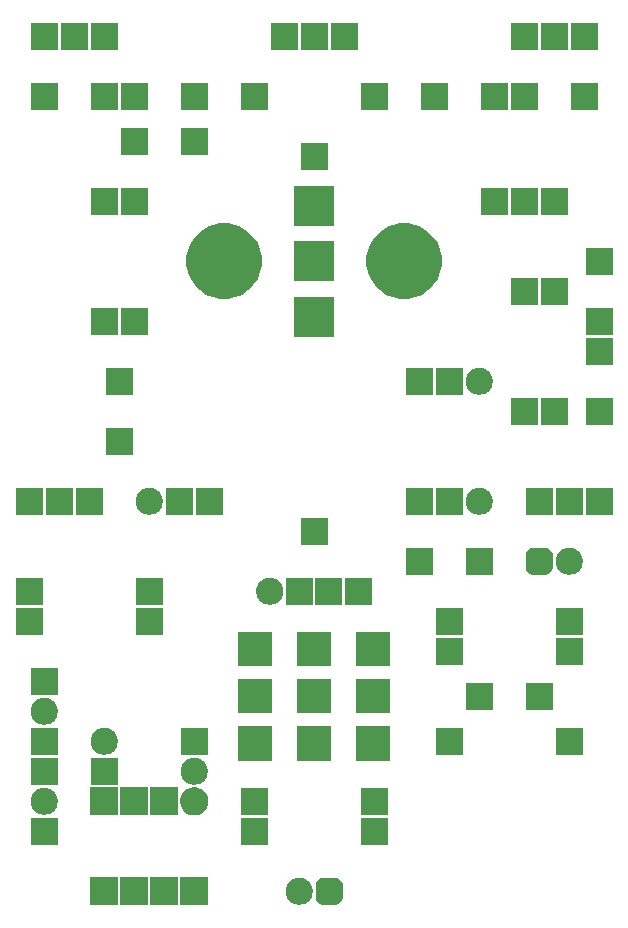
<source format=gbr>
G04 #@! TF.GenerationSoftware,KiCad,Pcbnew,5.1.6-c6e7f7d~87~ubuntu19.10.1*
G04 #@! TF.CreationDate,2022-01-09T06:01:27+06:00*
G04 #@! TF.ProjectId,edamamer_r1a,6564616d-616d-4657-925f-7231612e6b69,1A*
G04 #@! TF.SameCoordinates,Original*
G04 #@! TF.FileFunction,Soldermask,Bot*
G04 #@! TF.FilePolarity,Negative*
%FSLAX46Y46*%
G04 Gerber Fmt 4.6, Leading zero omitted, Abs format (unit mm)*
G04 Created by KiCad (PCBNEW 5.1.6-c6e7f7d~87~ubuntu19.10.1) date 2022-01-09 06:01:27*
%MOMM*%
%LPD*%
G01*
G04 APERTURE LIST*
%ADD10C,0.100000*%
G04 APERTURE END LIST*
D10*
G36*
X96450000Y-201860000D02*
G01*
X94050000Y-201860000D01*
X94050000Y-199460000D01*
X96450000Y-199460000D01*
X96450000Y-201860000D01*
G37*
G36*
X93910000Y-201860000D02*
G01*
X91510000Y-201860000D01*
X91510000Y-199460000D01*
X93910000Y-199460000D01*
X93910000Y-201860000D01*
G37*
G36*
X91370000Y-201860000D02*
G01*
X88970000Y-201860000D01*
X88970000Y-199460000D01*
X91370000Y-199460000D01*
X91370000Y-201860000D01*
G37*
G36*
X88830000Y-201860000D02*
G01*
X86430000Y-201860000D01*
X86430000Y-199460000D01*
X88830000Y-199460000D01*
X88830000Y-201860000D01*
G37*
G36*
X107290663Y-199523111D02*
G01*
X107416307Y-199561225D01*
X107532096Y-199623115D01*
X107633590Y-199706410D01*
X107716885Y-199807904D01*
X107778775Y-199923693D01*
X107816889Y-200049337D01*
X107830000Y-200182454D01*
X107830000Y-201137546D01*
X107816889Y-201270663D01*
X107778775Y-201396307D01*
X107716885Y-201512096D01*
X107633590Y-201613590D01*
X107532096Y-201696885D01*
X107416307Y-201758775D01*
X107290663Y-201796889D01*
X107157546Y-201810000D01*
X106202454Y-201810000D01*
X106069337Y-201796889D01*
X105943693Y-201758775D01*
X105827904Y-201696885D01*
X105726410Y-201613590D01*
X105643115Y-201512096D01*
X105581225Y-201396307D01*
X105543111Y-201270663D01*
X105530000Y-201137546D01*
X105530000Y-200182454D01*
X105543111Y-200049337D01*
X105581225Y-199923693D01*
X105643115Y-199807904D01*
X105726410Y-199706410D01*
X105827904Y-199623115D01*
X105943693Y-199561225D01*
X106069337Y-199523111D01*
X106202454Y-199510000D01*
X107157546Y-199510000D01*
X107290663Y-199523111D01*
G37*
G36*
X104364354Y-199532097D02*
G01*
X104475443Y-199554194D01*
X104598039Y-199604976D01*
X104684728Y-199640883D01*
X104873081Y-199766736D01*
X105033264Y-199926919D01*
X105159117Y-200115272D01*
X105194212Y-200200000D01*
X105245806Y-200324557D01*
X105290000Y-200546735D01*
X105290000Y-200773265D01*
X105245806Y-200995443D01*
X105195024Y-201118039D01*
X105159117Y-201204728D01*
X105033264Y-201393081D01*
X104873081Y-201553264D01*
X104684728Y-201679117D01*
X104598039Y-201715024D01*
X104475443Y-201765806D01*
X104364354Y-201787903D01*
X104253267Y-201810000D01*
X104026733Y-201810000D01*
X103915646Y-201787903D01*
X103804557Y-201765806D01*
X103681961Y-201715024D01*
X103595272Y-201679117D01*
X103406919Y-201553264D01*
X103246736Y-201393081D01*
X103120883Y-201204728D01*
X103084976Y-201118039D01*
X103034194Y-200995443D01*
X102990000Y-200773265D01*
X102990000Y-200546735D01*
X103034194Y-200324557D01*
X103085788Y-200200000D01*
X103120883Y-200115272D01*
X103246736Y-199926919D01*
X103406919Y-199766736D01*
X103595272Y-199640883D01*
X103681961Y-199604976D01*
X103804557Y-199554194D01*
X103915646Y-199532097D01*
X104026733Y-199510000D01*
X104253267Y-199510000D01*
X104364354Y-199532097D01*
G37*
G36*
X101480000Y-196730000D02*
G01*
X99180000Y-196730000D01*
X99180000Y-194430000D01*
X101480000Y-194430000D01*
X101480000Y-196730000D01*
G37*
G36*
X83700000Y-196730000D02*
G01*
X81400000Y-196730000D01*
X81400000Y-194430000D01*
X83700000Y-194430000D01*
X83700000Y-196730000D01*
G37*
G36*
X111640000Y-196730000D02*
G01*
X109340000Y-196730000D01*
X109340000Y-194430000D01*
X111640000Y-194430000D01*
X111640000Y-196730000D01*
G37*
G36*
X93910000Y-194240000D02*
G01*
X91510000Y-194240000D01*
X91510000Y-191840000D01*
X93910000Y-191840000D01*
X93910000Y-194240000D01*
G37*
G36*
X91370000Y-194240000D02*
G01*
X88970000Y-194240000D01*
X88970000Y-191840000D01*
X91370000Y-191840000D01*
X91370000Y-194240000D01*
G37*
G36*
X88830000Y-194240000D02*
G01*
X86430000Y-194240000D01*
X86430000Y-191840000D01*
X88830000Y-191840000D01*
X88830000Y-194240000D01*
G37*
G36*
X95600025Y-191886115D02*
G01*
X95818411Y-191976573D01*
X95818413Y-191976574D01*
X96014955Y-192107899D01*
X96182101Y-192275045D01*
X96203398Y-192306919D01*
X96313426Y-192471587D01*
X96403885Y-192689975D01*
X96450000Y-192921809D01*
X96450000Y-193158190D01*
X96403885Y-193390025D01*
X96403884Y-193390027D01*
X96313426Y-193608413D01*
X96182101Y-193804955D01*
X96014955Y-193972101D01*
X95818413Y-194103426D01*
X95818412Y-194103427D01*
X95818411Y-194103427D01*
X95600025Y-194193885D01*
X95368191Y-194240000D01*
X95131809Y-194240000D01*
X94899975Y-194193885D01*
X94681589Y-194103427D01*
X94681588Y-194103427D01*
X94681587Y-194103426D01*
X94485045Y-193972101D01*
X94317899Y-193804955D01*
X94186574Y-193608413D01*
X94096116Y-193390027D01*
X94096115Y-193390025D01*
X94050000Y-193158190D01*
X94050000Y-192921809D01*
X94096115Y-192689975D01*
X94186574Y-192471587D01*
X94296602Y-192306919D01*
X94317899Y-192275045D01*
X94485045Y-192107899D01*
X94681587Y-191976574D01*
X94681589Y-191976573D01*
X94899975Y-191886115D01*
X95131809Y-191840000D01*
X95368191Y-191840000D01*
X95600025Y-191886115D01*
G37*
G36*
X111640000Y-194190000D02*
G01*
X109340000Y-194190000D01*
X109340000Y-191890000D01*
X111640000Y-191890000D01*
X111640000Y-194190000D01*
G37*
G36*
X101480000Y-194190000D02*
G01*
X99180000Y-194190000D01*
X99180000Y-191890000D01*
X101480000Y-191890000D01*
X101480000Y-194190000D01*
G37*
G36*
X82774354Y-191912097D02*
G01*
X82885443Y-191934194D01*
X82987754Y-191976573D01*
X83094728Y-192020883D01*
X83283081Y-192146736D01*
X83443264Y-192306919D01*
X83569117Y-192495272D01*
X83605024Y-192581961D01*
X83655806Y-192704557D01*
X83655806Y-192704559D01*
X83700000Y-192926733D01*
X83700000Y-193153267D01*
X83677903Y-193264354D01*
X83655806Y-193375443D01*
X83605024Y-193498039D01*
X83569117Y-193584728D01*
X83443264Y-193773081D01*
X83283081Y-193933264D01*
X83094728Y-194059117D01*
X83008039Y-194095024D01*
X82885443Y-194145806D01*
X82774354Y-194167903D01*
X82663267Y-194190000D01*
X82436733Y-194190000D01*
X82325646Y-194167903D01*
X82214557Y-194145806D01*
X82091961Y-194095024D01*
X82005272Y-194059117D01*
X81816919Y-193933264D01*
X81656736Y-193773081D01*
X81530883Y-193584728D01*
X81494976Y-193498039D01*
X81444194Y-193375443D01*
X81422097Y-193264354D01*
X81400000Y-193153267D01*
X81400000Y-192926733D01*
X81444194Y-192704559D01*
X81444194Y-192704557D01*
X81494976Y-192581961D01*
X81530883Y-192495272D01*
X81656736Y-192306919D01*
X81816919Y-192146736D01*
X82005272Y-192020883D01*
X82112246Y-191976573D01*
X82214557Y-191934194D01*
X82325646Y-191912097D01*
X82436733Y-191890000D01*
X82663267Y-191890000D01*
X82774354Y-191912097D01*
G37*
G36*
X88780000Y-191650000D02*
G01*
X86480000Y-191650000D01*
X86480000Y-189350000D01*
X88780000Y-189350000D01*
X88780000Y-191650000D01*
G37*
G36*
X95474354Y-189372097D02*
G01*
X95585443Y-189394194D01*
X95708039Y-189444976D01*
X95794728Y-189480883D01*
X95983081Y-189606736D01*
X96143264Y-189766919D01*
X96269117Y-189955272D01*
X96305024Y-190041961D01*
X96355806Y-190164557D01*
X96400000Y-190386735D01*
X96400000Y-190613265D01*
X96355806Y-190835443D01*
X96305024Y-190958039D01*
X96269117Y-191044728D01*
X96143264Y-191233081D01*
X95983081Y-191393264D01*
X95794728Y-191519117D01*
X95708039Y-191555024D01*
X95585443Y-191605806D01*
X95474354Y-191627903D01*
X95363267Y-191650000D01*
X95136733Y-191650000D01*
X95025646Y-191627903D01*
X94914557Y-191605806D01*
X94791961Y-191555024D01*
X94705272Y-191519117D01*
X94516919Y-191393264D01*
X94356736Y-191233081D01*
X94230883Y-191044728D01*
X94194976Y-190958039D01*
X94144194Y-190835443D01*
X94100000Y-190613265D01*
X94100000Y-190386735D01*
X94144194Y-190164557D01*
X94194976Y-190041961D01*
X94230883Y-189955272D01*
X94356736Y-189766919D01*
X94516919Y-189606736D01*
X94705272Y-189480883D01*
X94791961Y-189444976D01*
X94914557Y-189394194D01*
X95025646Y-189372097D01*
X95136733Y-189350000D01*
X95363267Y-189350000D01*
X95474354Y-189372097D01*
G37*
G36*
X83700000Y-191650000D02*
G01*
X81400000Y-191650000D01*
X81400000Y-189350000D01*
X83700000Y-189350000D01*
X83700000Y-191650000D01*
G37*
G36*
X111860000Y-189600000D02*
G01*
X108960000Y-189600000D01*
X108960000Y-186700000D01*
X111860000Y-186700000D01*
X111860000Y-189600000D01*
G37*
G36*
X106860000Y-189600000D02*
G01*
X103960000Y-189600000D01*
X103960000Y-186700000D01*
X106860000Y-186700000D01*
X106860000Y-189600000D01*
G37*
G36*
X101860000Y-189600000D02*
G01*
X98960000Y-189600000D01*
X98960000Y-186700000D01*
X101860000Y-186700000D01*
X101860000Y-189600000D01*
G37*
G36*
X128150000Y-189110000D02*
G01*
X125850000Y-189110000D01*
X125850000Y-186810000D01*
X128150000Y-186810000D01*
X128150000Y-189110000D01*
G37*
G36*
X96400000Y-189110000D02*
G01*
X94100000Y-189110000D01*
X94100000Y-186810000D01*
X96400000Y-186810000D01*
X96400000Y-189110000D01*
G37*
G36*
X87854354Y-186832097D02*
G01*
X87965443Y-186854194D01*
X88088039Y-186904976D01*
X88174728Y-186940883D01*
X88363081Y-187066736D01*
X88523264Y-187226919D01*
X88649117Y-187415272D01*
X88685024Y-187501961D01*
X88735806Y-187624557D01*
X88780000Y-187846735D01*
X88780000Y-188073265D01*
X88735806Y-188295443D01*
X88685024Y-188418039D01*
X88649117Y-188504728D01*
X88523264Y-188693081D01*
X88363081Y-188853264D01*
X88174728Y-188979117D01*
X88088039Y-189015024D01*
X87965443Y-189065806D01*
X87854354Y-189087903D01*
X87743267Y-189110000D01*
X87516733Y-189110000D01*
X87405646Y-189087903D01*
X87294557Y-189065806D01*
X87171961Y-189015024D01*
X87085272Y-188979117D01*
X86896919Y-188853264D01*
X86736736Y-188693081D01*
X86610883Y-188504728D01*
X86574976Y-188418039D01*
X86524194Y-188295443D01*
X86480000Y-188073265D01*
X86480000Y-187846735D01*
X86524194Y-187624557D01*
X86574976Y-187501961D01*
X86610883Y-187415272D01*
X86736736Y-187226919D01*
X86896919Y-187066736D01*
X87085272Y-186940883D01*
X87171961Y-186904976D01*
X87294557Y-186854194D01*
X87405646Y-186832097D01*
X87516733Y-186810000D01*
X87743267Y-186810000D01*
X87854354Y-186832097D01*
G37*
G36*
X117990000Y-189110000D02*
G01*
X115690000Y-189110000D01*
X115690000Y-186810000D01*
X117990000Y-186810000D01*
X117990000Y-189110000D01*
G37*
G36*
X83700000Y-189110000D02*
G01*
X81400000Y-189110000D01*
X81400000Y-186810000D01*
X83700000Y-186810000D01*
X83700000Y-189110000D01*
G37*
G36*
X82774354Y-184292097D02*
G01*
X82885443Y-184314194D01*
X83008039Y-184364976D01*
X83094728Y-184400883D01*
X83283081Y-184526736D01*
X83443264Y-184686919D01*
X83569117Y-184875272D01*
X83605024Y-184961961D01*
X83655806Y-185084557D01*
X83655806Y-185084559D01*
X83698661Y-185300000D01*
X83700000Y-185306735D01*
X83700000Y-185533265D01*
X83655806Y-185755443D01*
X83605024Y-185878039D01*
X83569117Y-185964728D01*
X83443264Y-186153081D01*
X83283081Y-186313264D01*
X83094728Y-186439117D01*
X83008039Y-186475024D01*
X82885443Y-186525806D01*
X82774354Y-186547903D01*
X82663267Y-186570000D01*
X82436733Y-186570000D01*
X82325646Y-186547903D01*
X82214557Y-186525806D01*
X82091961Y-186475024D01*
X82005272Y-186439117D01*
X81816919Y-186313264D01*
X81656736Y-186153081D01*
X81530883Y-185964728D01*
X81494976Y-185878039D01*
X81444194Y-185755443D01*
X81400000Y-185533265D01*
X81400000Y-185306735D01*
X81401340Y-185300000D01*
X81444194Y-185084559D01*
X81444194Y-185084557D01*
X81494976Y-184961961D01*
X81530883Y-184875272D01*
X81656736Y-184686919D01*
X81816919Y-184526736D01*
X82005272Y-184400883D01*
X82091961Y-184364976D01*
X82214557Y-184314194D01*
X82325646Y-184292097D01*
X82436733Y-184270000D01*
X82663267Y-184270000D01*
X82774354Y-184292097D01*
G37*
G36*
X111860000Y-185600000D02*
G01*
X108960000Y-185600000D01*
X108960000Y-182700000D01*
X111860000Y-182700000D01*
X111860000Y-185600000D01*
G37*
G36*
X106860000Y-185600000D02*
G01*
X103960000Y-185600000D01*
X103960000Y-182700000D01*
X106860000Y-182700000D01*
X106860000Y-185600000D01*
G37*
G36*
X101860000Y-185600000D02*
G01*
X98960000Y-185600000D01*
X98960000Y-182700000D01*
X101860000Y-182700000D01*
X101860000Y-185600000D01*
G37*
G36*
X120530000Y-185300000D02*
G01*
X118230000Y-185300000D01*
X118230000Y-183000000D01*
X120530000Y-183000000D01*
X120530000Y-185300000D01*
G37*
G36*
X125610000Y-185300000D02*
G01*
X123310000Y-185300000D01*
X123310000Y-183000000D01*
X125610000Y-183000000D01*
X125610000Y-185300000D01*
G37*
G36*
X83700000Y-184030000D02*
G01*
X81400000Y-184030000D01*
X81400000Y-181730000D01*
X83700000Y-181730000D01*
X83700000Y-184030000D01*
G37*
G36*
X101860000Y-181600000D02*
G01*
X98960000Y-181600000D01*
X98960000Y-178700000D01*
X101860000Y-178700000D01*
X101860000Y-181600000D01*
G37*
G36*
X111860000Y-181600000D02*
G01*
X108960000Y-181600000D01*
X108960000Y-178700000D01*
X111860000Y-178700000D01*
X111860000Y-181600000D01*
G37*
G36*
X106860000Y-181600000D02*
G01*
X103960000Y-181600000D01*
X103960000Y-178700000D01*
X106860000Y-178700000D01*
X106860000Y-181600000D01*
G37*
G36*
X117990000Y-181490000D02*
G01*
X115690000Y-181490000D01*
X115690000Y-179190000D01*
X117990000Y-179190000D01*
X117990000Y-181490000D01*
G37*
G36*
X128150000Y-181490000D02*
G01*
X125850000Y-181490000D01*
X125850000Y-179190000D01*
X128150000Y-179190000D01*
X128150000Y-181490000D01*
G37*
G36*
X82430000Y-178950000D02*
G01*
X80130000Y-178950000D01*
X80130000Y-176650000D01*
X82430000Y-176650000D01*
X82430000Y-178950000D01*
G37*
G36*
X128150000Y-178950000D02*
G01*
X125850000Y-178950000D01*
X125850000Y-176650000D01*
X128150000Y-176650000D01*
X128150000Y-178950000D01*
G37*
G36*
X117990000Y-178950000D02*
G01*
X115690000Y-178950000D01*
X115690000Y-176650000D01*
X117990000Y-176650000D01*
X117990000Y-178950000D01*
G37*
G36*
X92590000Y-178950000D02*
G01*
X90290000Y-178950000D01*
X90290000Y-176650000D01*
X92590000Y-176650000D01*
X92590000Y-178950000D01*
G37*
G36*
X107810000Y-176410000D02*
G01*
X105510000Y-176410000D01*
X105510000Y-174110000D01*
X107810000Y-174110000D01*
X107810000Y-176410000D01*
G37*
G36*
X82430000Y-176410000D02*
G01*
X80130000Y-176410000D01*
X80130000Y-174110000D01*
X82430000Y-174110000D01*
X82430000Y-176410000D01*
G37*
G36*
X92590000Y-176410000D02*
G01*
X90290000Y-176410000D01*
X90290000Y-174110000D01*
X92590000Y-174110000D01*
X92590000Y-176410000D01*
G37*
G36*
X101884354Y-174132097D02*
G01*
X101995443Y-174154194D01*
X102118039Y-174204976D01*
X102204728Y-174240883D01*
X102393081Y-174366736D01*
X102553264Y-174526919D01*
X102679117Y-174715272D01*
X102715024Y-174801961D01*
X102765806Y-174924557D01*
X102810000Y-175146735D01*
X102810000Y-175373265D01*
X102765806Y-175595443D01*
X102715024Y-175718039D01*
X102679117Y-175804728D01*
X102553264Y-175993081D01*
X102393081Y-176153264D01*
X102204728Y-176279117D01*
X102118039Y-176315024D01*
X101995443Y-176365806D01*
X101884354Y-176387903D01*
X101773267Y-176410000D01*
X101546733Y-176410000D01*
X101435646Y-176387903D01*
X101324557Y-176365806D01*
X101201961Y-176315024D01*
X101115272Y-176279117D01*
X100926919Y-176153264D01*
X100766736Y-175993081D01*
X100640883Y-175804728D01*
X100604976Y-175718039D01*
X100554194Y-175595443D01*
X100510000Y-175373265D01*
X100510000Y-175146735D01*
X100554194Y-174924557D01*
X100604976Y-174801961D01*
X100640883Y-174715272D01*
X100766736Y-174526919D01*
X100926919Y-174366736D01*
X101115272Y-174240883D01*
X101201961Y-174204976D01*
X101324557Y-174154194D01*
X101435646Y-174132097D01*
X101546733Y-174110000D01*
X101773267Y-174110000D01*
X101884354Y-174132097D01*
G37*
G36*
X105310000Y-176410000D02*
G01*
X103010000Y-176410000D01*
X103010000Y-174110000D01*
X105310000Y-174110000D01*
X105310000Y-176410000D01*
G37*
G36*
X110310000Y-176410000D02*
G01*
X108010000Y-176410000D01*
X108010000Y-174110000D01*
X110310000Y-174110000D01*
X110310000Y-176410000D01*
G37*
G36*
X120530000Y-173870000D02*
G01*
X118230000Y-173870000D01*
X118230000Y-171570000D01*
X120530000Y-171570000D01*
X120530000Y-173870000D01*
G37*
G36*
X115450000Y-173870000D02*
G01*
X113150000Y-173870000D01*
X113150000Y-171570000D01*
X115450000Y-171570000D01*
X115450000Y-173870000D01*
G37*
G36*
X125070663Y-171583111D02*
G01*
X125196307Y-171621225D01*
X125312096Y-171683115D01*
X125413590Y-171766410D01*
X125496885Y-171867904D01*
X125558775Y-171983693D01*
X125596889Y-172109337D01*
X125610000Y-172242454D01*
X125610000Y-173197546D01*
X125596889Y-173330663D01*
X125558775Y-173456307D01*
X125496885Y-173572096D01*
X125413590Y-173673590D01*
X125312096Y-173756885D01*
X125196307Y-173818775D01*
X125070663Y-173856889D01*
X124937546Y-173870000D01*
X123982454Y-173870000D01*
X123849337Y-173856889D01*
X123723693Y-173818775D01*
X123607904Y-173756885D01*
X123506410Y-173673590D01*
X123423115Y-173572096D01*
X123361225Y-173456307D01*
X123323111Y-173330663D01*
X123310000Y-173197546D01*
X123310000Y-172242454D01*
X123323111Y-172109337D01*
X123361225Y-171983693D01*
X123423115Y-171867904D01*
X123506410Y-171766410D01*
X123607904Y-171683115D01*
X123723693Y-171621225D01*
X123849337Y-171583111D01*
X123982454Y-171570000D01*
X124937546Y-171570000D01*
X125070663Y-171583111D01*
G37*
G36*
X127224354Y-171592097D02*
G01*
X127335443Y-171614194D01*
X127458039Y-171664976D01*
X127544728Y-171700883D01*
X127733081Y-171826736D01*
X127893264Y-171986919D01*
X128019117Y-172175272D01*
X128054212Y-172260000D01*
X128105806Y-172384557D01*
X128150000Y-172606735D01*
X128150000Y-172833265D01*
X128105806Y-173055443D01*
X128055024Y-173178039D01*
X128019117Y-173264728D01*
X127893264Y-173453081D01*
X127733081Y-173613264D01*
X127544728Y-173739117D01*
X127458039Y-173775024D01*
X127335443Y-173825806D01*
X127224354Y-173847903D01*
X127113267Y-173870000D01*
X126886733Y-173870000D01*
X126775646Y-173847903D01*
X126664557Y-173825806D01*
X126541961Y-173775024D01*
X126455272Y-173739117D01*
X126266919Y-173613264D01*
X126106736Y-173453081D01*
X125980883Y-173264728D01*
X125944976Y-173178039D01*
X125894194Y-173055443D01*
X125850000Y-172833265D01*
X125850000Y-172606735D01*
X125894194Y-172384557D01*
X125945788Y-172260000D01*
X125980883Y-172175272D01*
X126106736Y-171986919D01*
X126266919Y-171826736D01*
X126455272Y-171700883D01*
X126541961Y-171664976D01*
X126664557Y-171614194D01*
X126775646Y-171592097D01*
X126886733Y-171570000D01*
X127113267Y-171570000D01*
X127224354Y-171592097D01*
G37*
G36*
X106560000Y-171330000D02*
G01*
X104260000Y-171330000D01*
X104260000Y-169030000D01*
X106560000Y-169030000D01*
X106560000Y-171330000D01*
G37*
G36*
X117990000Y-168790000D02*
G01*
X115690000Y-168790000D01*
X115690000Y-166490000D01*
X117990000Y-166490000D01*
X117990000Y-168790000D01*
G37*
G36*
X84970000Y-168790000D02*
G01*
X82670000Y-168790000D01*
X82670000Y-166490000D01*
X84970000Y-166490000D01*
X84970000Y-168790000D01*
G37*
G36*
X82430000Y-168790000D02*
G01*
X80130000Y-168790000D01*
X80130000Y-166490000D01*
X82430000Y-166490000D01*
X82430000Y-168790000D01*
G37*
G36*
X87510000Y-168790000D02*
G01*
X85210000Y-168790000D01*
X85210000Y-166490000D01*
X87510000Y-166490000D01*
X87510000Y-168790000D01*
G37*
G36*
X91664354Y-166512097D02*
G01*
X91775443Y-166534194D01*
X91898039Y-166584976D01*
X91984728Y-166620883D01*
X92173081Y-166746736D01*
X92333264Y-166906919D01*
X92459117Y-167095272D01*
X92495024Y-167181961D01*
X92545806Y-167304557D01*
X92590000Y-167526735D01*
X92590000Y-167753265D01*
X92545806Y-167975443D01*
X92495024Y-168098039D01*
X92459117Y-168184728D01*
X92333264Y-168373081D01*
X92173081Y-168533264D01*
X91984728Y-168659117D01*
X91898039Y-168695024D01*
X91775443Y-168745806D01*
X91664354Y-168767903D01*
X91553267Y-168790000D01*
X91326733Y-168790000D01*
X91215646Y-168767903D01*
X91104557Y-168745806D01*
X90981961Y-168695024D01*
X90895272Y-168659117D01*
X90706919Y-168533264D01*
X90546736Y-168373081D01*
X90420883Y-168184728D01*
X90384976Y-168098039D01*
X90334194Y-167975443D01*
X90290000Y-167753265D01*
X90290000Y-167526735D01*
X90334194Y-167304557D01*
X90384976Y-167181961D01*
X90420883Y-167095272D01*
X90546736Y-166906919D01*
X90706919Y-166746736D01*
X90895272Y-166620883D01*
X90981961Y-166584976D01*
X91104557Y-166534194D01*
X91215646Y-166512097D01*
X91326733Y-166490000D01*
X91553267Y-166490000D01*
X91664354Y-166512097D01*
G37*
G36*
X95130000Y-168790000D02*
G01*
X92830000Y-168790000D01*
X92830000Y-166490000D01*
X95130000Y-166490000D01*
X95130000Y-168790000D01*
G37*
G36*
X128150000Y-168790000D02*
G01*
X125850000Y-168790000D01*
X125850000Y-166490000D01*
X128150000Y-166490000D01*
X128150000Y-168790000D01*
G37*
G36*
X125610000Y-168790000D02*
G01*
X123310000Y-168790000D01*
X123310000Y-166490000D01*
X125610000Y-166490000D01*
X125610000Y-168790000D01*
G37*
G36*
X115450000Y-168790000D02*
G01*
X113150000Y-168790000D01*
X113150000Y-166490000D01*
X115450000Y-166490000D01*
X115450000Y-168790000D01*
G37*
G36*
X97670000Y-168790000D02*
G01*
X95370000Y-168790000D01*
X95370000Y-166490000D01*
X97670000Y-166490000D01*
X97670000Y-168790000D01*
G37*
G36*
X119604354Y-166512097D02*
G01*
X119715443Y-166534194D01*
X119838039Y-166584976D01*
X119924728Y-166620883D01*
X120113081Y-166746736D01*
X120273264Y-166906919D01*
X120399117Y-167095272D01*
X120435024Y-167181961D01*
X120485806Y-167304557D01*
X120530000Y-167526735D01*
X120530000Y-167753265D01*
X120485806Y-167975443D01*
X120435024Y-168098039D01*
X120399117Y-168184728D01*
X120273264Y-168373081D01*
X120113081Y-168533264D01*
X119924728Y-168659117D01*
X119838039Y-168695024D01*
X119715443Y-168745806D01*
X119604354Y-168767903D01*
X119493267Y-168790000D01*
X119266733Y-168790000D01*
X119155646Y-168767903D01*
X119044557Y-168745806D01*
X118921961Y-168695024D01*
X118835272Y-168659117D01*
X118646919Y-168533264D01*
X118486736Y-168373081D01*
X118360883Y-168184728D01*
X118324976Y-168098039D01*
X118274194Y-167975443D01*
X118230000Y-167753265D01*
X118230000Y-167526735D01*
X118274194Y-167304557D01*
X118324976Y-167181961D01*
X118360883Y-167095272D01*
X118486736Y-166906919D01*
X118646919Y-166746736D01*
X118835272Y-166620883D01*
X118921961Y-166584976D01*
X119044557Y-166534194D01*
X119155646Y-166512097D01*
X119266733Y-166490000D01*
X119493267Y-166490000D01*
X119604354Y-166512097D01*
G37*
G36*
X130690000Y-168790000D02*
G01*
X128390000Y-168790000D01*
X128390000Y-166490000D01*
X130690000Y-166490000D01*
X130690000Y-168790000D01*
G37*
G36*
X90050000Y-163710000D02*
G01*
X87750000Y-163710000D01*
X87750000Y-161410000D01*
X90050000Y-161410000D01*
X90050000Y-163710000D01*
G37*
G36*
X124340000Y-161170000D02*
G01*
X122040000Y-161170000D01*
X122040000Y-158870000D01*
X124340000Y-158870000D01*
X124340000Y-161170000D01*
G37*
G36*
X126880000Y-161170000D02*
G01*
X124580000Y-161170000D01*
X124580000Y-158870000D01*
X126880000Y-158870000D01*
X126880000Y-161170000D01*
G37*
G36*
X130690000Y-161170000D02*
G01*
X128390000Y-161170000D01*
X128390000Y-158870000D01*
X130690000Y-158870000D01*
X130690000Y-161170000D01*
G37*
G36*
X117990000Y-158630000D02*
G01*
X115690000Y-158630000D01*
X115690000Y-156330000D01*
X117990000Y-156330000D01*
X117990000Y-158630000D01*
G37*
G36*
X90050000Y-158630000D02*
G01*
X87750000Y-158630000D01*
X87750000Y-156330000D01*
X90050000Y-156330000D01*
X90050000Y-158630000D01*
G37*
G36*
X115450000Y-158630000D02*
G01*
X113150000Y-158630000D01*
X113150000Y-156330000D01*
X115450000Y-156330000D01*
X115450000Y-158630000D01*
G37*
G36*
X119604354Y-156352097D02*
G01*
X119715443Y-156374194D01*
X119838039Y-156424976D01*
X119924728Y-156460883D01*
X120113081Y-156586736D01*
X120273264Y-156746919D01*
X120399117Y-156935272D01*
X120435024Y-157021961D01*
X120485806Y-157144557D01*
X120530000Y-157366735D01*
X120530000Y-157593265D01*
X120485806Y-157815443D01*
X120435024Y-157938039D01*
X120399117Y-158024728D01*
X120273264Y-158213081D01*
X120113081Y-158373264D01*
X119924728Y-158499117D01*
X119838039Y-158535024D01*
X119715443Y-158585806D01*
X119604354Y-158607903D01*
X119493267Y-158630000D01*
X119266733Y-158630000D01*
X119155646Y-158607903D01*
X119044557Y-158585806D01*
X118921961Y-158535024D01*
X118835272Y-158499117D01*
X118646919Y-158373264D01*
X118486736Y-158213081D01*
X118360883Y-158024728D01*
X118324976Y-157938039D01*
X118274194Y-157815443D01*
X118230000Y-157593265D01*
X118230000Y-157366735D01*
X118274194Y-157144557D01*
X118324976Y-157021961D01*
X118360883Y-156935272D01*
X118486736Y-156746919D01*
X118646919Y-156586736D01*
X118835272Y-156460883D01*
X118921961Y-156424976D01*
X119044557Y-156374194D01*
X119155646Y-156352097D01*
X119266733Y-156330000D01*
X119493267Y-156330000D01*
X119604354Y-156352097D01*
G37*
G36*
X130690000Y-156090000D02*
G01*
X128390000Y-156090000D01*
X128390000Y-153790000D01*
X130690000Y-153790000D01*
X130690000Y-156090000D01*
G37*
G36*
X107110000Y-153720000D02*
G01*
X103710000Y-153720000D01*
X103710000Y-150320000D01*
X107110000Y-150320000D01*
X107110000Y-153720000D01*
G37*
G36*
X91320000Y-153550000D02*
G01*
X89020000Y-153550000D01*
X89020000Y-151250000D01*
X91320000Y-151250000D01*
X91320000Y-153550000D01*
G37*
G36*
X88780000Y-153550000D02*
G01*
X86480000Y-153550000D01*
X86480000Y-151250000D01*
X88780000Y-151250000D01*
X88780000Y-153550000D01*
G37*
G36*
X130690000Y-153550000D02*
G01*
X128390000Y-153550000D01*
X128390000Y-151250000D01*
X130690000Y-151250000D01*
X130690000Y-153550000D01*
G37*
G36*
X126880000Y-151010000D02*
G01*
X124580000Y-151010000D01*
X124580000Y-148710000D01*
X126880000Y-148710000D01*
X126880000Y-151010000D01*
G37*
G36*
X124340000Y-151010000D02*
G01*
X122040000Y-151010000D01*
X122040000Y-148710000D01*
X124340000Y-148710000D01*
X124340000Y-151010000D01*
G37*
G36*
X113963404Y-144242974D02*
G01*
X114304545Y-144384279D01*
X114545768Y-144484197D01*
X115069881Y-144834398D01*
X115515602Y-145280119D01*
X115865803Y-145804232D01*
X115865803Y-145804233D01*
X116107026Y-146386596D01*
X116230000Y-147004826D01*
X116230000Y-147635174D01*
X116107026Y-148253404D01*
X116017309Y-148470000D01*
X115865803Y-148835768D01*
X115515602Y-149359881D01*
X115069881Y-149805602D01*
X114545768Y-150155803D01*
X114304545Y-150255721D01*
X113963404Y-150397026D01*
X113345174Y-150520000D01*
X112714826Y-150520000D01*
X112096596Y-150397026D01*
X111755455Y-150255721D01*
X111514232Y-150155803D01*
X110990119Y-149805602D01*
X110544398Y-149359881D01*
X110194197Y-148835768D01*
X110042691Y-148470000D01*
X109952974Y-148253404D01*
X109830000Y-147635174D01*
X109830000Y-147004826D01*
X109952974Y-146386596D01*
X110194197Y-145804233D01*
X110194197Y-145804232D01*
X110544398Y-145280119D01*
X110990119Y-144834398D01*
X111514232Y-144484197D01*
X111755455Y-144384279D01*
X112096596Y-144242974D01*
X112714826Y-144120000D01*
X113345174Y-144120000D01*
X113963404Y-144242974D01*
G37*
G36*
X98723404Y-144242974D02*
G01*
X99064545Y-144384279D01*
X99305768Y-144484197D01*
X99829881Y-144834398D01*
X100275602Y-145280119D01*
X100625803Y-145804232D01*
X100625803Y-145804233D01*
X100867026Y-146386596D01*
X100990000Y-147004826D01*
X100990000Y-147635174D01*
X100867026Y-148253404D01*
X100777309Y-148470000D01*
X100625803Y-148835768D01*
X100275602Y-149359881D01*
X99829881Y-149805602D01*
X99305768Y-150155803D01*
X99064545Y-150255721D01*
X98723404Y-150397026D01*
X98105174Y-150520000D01*
X97474826Y-150520000D01*
X96856596Y-150397026D01*
X96515455Y-150255721D01*
X96274232Y-150155803D01*
X95750119Y-149805602D01*
X95304398Y-149359881D01*
X94954197Y-148835768D01*
X94802691Y-148470000D01*
X94712974Y-148253404D01*
X94590000Y-147635174D01*
X94590000Y-147004826D01*
X94712974Y-146386596D01*
X94954197Y-145804233D01*
X94954197Y-145804232D01*
X95304398Y-145280119D01*
X95750119Y-144834398D01*
X96274232Y-144484197D01*
X96515455Y-144384279D01*
X96856596Y-144242974D01*
X97474826Y-144120000D01*
X98105174Y-144120000D01*
X98723404Y-144242974D01*
G37*
G36*
X107110000Y-149020000D02*
G01*
X103710000Y-149020000D01*
X103710000Y-145620000D01*
X107110000Y-145620000D01*
X107110000Y-149020000D01*
G37*
G36*
X130690000Y-148470000D02*
G01*
X128390000Y-148470000D01*
X128390000Y-146170000D01*
X130690000Y-146170000D01*
X130690000Y-148470000D01*
G37*
G36*
X107110000Y-144320000D02*
G01*
X103710000Y-144320000D01*
X103710000Y-140920000D01*
X107110000Y-140920000D01*
X107110000Y-144320000D01*
G37*
G36*
X91320000Y-143390000D02*
G01*
X89020000Y-143390000D01*
X89020000Y-141090000D01*
X91320000Y-141090000D01*
X91320000Y-143390000D01*
G37*
G36*
X88780000Y-143390000D02*
G01*
X86480000Y-143390000D01*
X86480000Y-141090000D01*
X88780000Y-141090000D01*
X88780000Y-143390000D01*
G37*
G36*
X121800000Y-143390000D02*
G01*
X119500000Y-143390000D01*
X119500000Y-141090000D01*
X121800000Y-141090000D01*
X121800000Y-143390000D01*
G37*
G36*
X126880000Y-143390000D02*
G01*
X124580000Y-143390000D01*
X124580000Y-141090000D01*
X126880000Y-141090000D01*
X126880000Y-143390000D01*
G37*
G36*
X124340000Y-143390000D02*
G01*
X122040000Y-143390000D01*
X122040000Y-141090000D01*
X124340000Y-141090000D01*
X124340000Y-143390000D01*
G37*
G36*
X106560000Y-139580000D02*
G01*
X104260000Y-139580000D01*
X104260000Y-137280000D01*
X106560000Y-137280000D01*
X106560000Y-139580000D01*
G37*
G36*
X96400000Y-138310000D02*
G01*
X94100000Y-138310000D01*
X94100000Y-136010000D01*
X96400000Y-136010000D01*
X96400000Y-138310000D01*
G37*
G36*
X91320000Y-138310000D02*
G01*
X89020000Y-138310000D01*
X89020000Y-136010000D01*
X91320000Y-136010000D01*
X91320000Y-138310000D01*
G37*
G36*
X96400000Y-134500000D02*
G01*
X94100000Y-134500000D01*
X94100000Y-132200000D01*
X96400000Y-132200000D01*
X96400000Y-134500000D01*
G37*
G36*
X101480000Y-134500000D02*
G01*
X99180000Y-134500000D01*
X99180000Y-132200000D01*
X101480000Y-132200000D01*
X101480000Y-134500000D01*
G37*
G36*
X111640000Y-134500000D02*
G01*
X109340000Y-134500000D01*
X109340000Y-132200000D01*
X111640000Y-132200000D01*
X111640000Y-134500000D01*
G37*
G36*
X91320000Y-134500000D02*
G01*
X89020000Y-134500000D01*
X89020000Y-132200000D01*
X91320000Y-132200000D01*
X91320000Y-134500000D01*
G37*
G36*
X83700000Y-134500000D02*
G01*
X81400000Y-134500000D01*
X81400000Y-132200000D01*
X83700000Y-132200000D01*
X83700000Y-134500000D01*
G37*
G36*
X116720000Y-134500000D02*
G01*
X114420000Y-134500000D01*
X114420000Y-132200000D01*
X116720000Y-132200000D01*
X116720000Y-134500000D01*
G37*
G36*
X88780000Y-134500000D02*
G01*
X86480000Y-134500000D01*
X86480000Y-132200000D01*
X88780000Y-132200000D01*
X88780000Y-134500000D01*
G37*
G36*
X124340000Y-134500000D02*
G01*
X122040000Y-134500000D01*
X122040000Y-132200000D01*
X124340000Y-132200000D01*
X124340000Y-134500000D01*
G37*
G36*
X129420000Y-134500000D02*
G01*
X127120000Y-134500000D01*
X127120000Y-132200000D01*
X129420000Y-132200000D01*
X129420000Y-134500000D01*
G37*
G36*
X121800000Y-134500000D02*
G01*
X119500000Y-134500000D01*
X119500000Y-132200000D01*
X121800000Y-132200000D01*
X121800000Y-134500000D01*
G37*
G36*
X126880000Y-129420000D02*
G01*
X124580000Y-129420000D01*
X124580000Y-127120000D01*
X126880000Y-127120000D01*
X126880000Y-129420000D01*
G37*
G36*
X83700000Y-129420000D02*
G01*
X81400000Y-129420000D01*
X81400000Y-127120000D01*
X83700000Y-127120000D01*
X83700000Y-129420000D01*
G37*
G36*
X86240000Y-129420000D02*
G01*
X83940000Y-129420000D01*
X83940000Y-127120000D01*
X86240000Y-127120000D01*
X86240000Y-129420000D01*
G37*
G36*
X88780000Y-129420000D02*
G01*
X86480000Y-129420000D01*
X86480000Y-127120000D01*
X88780000Y-127120000D01*
X88780000Y-129420000D01*
G37*
G36*
X129420000Y-129420000D02*
G01*
X127120000Y-129420000D01*
X127120000Y-127120000D01*
X129420000Y-127120000D01*
X129420000Y-129420000D01*
G37*
G36*
X106560000Y-129420000D02*
G01*
X104260000Y-129420000D01*
X104260000Y-127120000D01*
X106560000Y-127120000D01*
X106560000Y-129420000D01*
G37*
G36*
X104020000Y-129420000D02*
G01*
X101720000Y-129420000D01*
X101720000Y-127120000D01*
X104020000Y-127120000D01*
X104020000Y-129420000D01*
G37*
G36*
X109100000Y-129420000D02*
G01*
X106800000Y-129420000D01*
X106800000Y-127120000D01*
X109100000Y-127120000D01*
X109100000Y-129420000D01*
G37*
G36*
X124340000Y-129420000D02*
G01*
X122040000Y-129420000D01*
X122040000Y-127120000D01*
X124340000Y-127120000D01*
X124340000Y-129420000D01*
G37*
M02*

</source>
